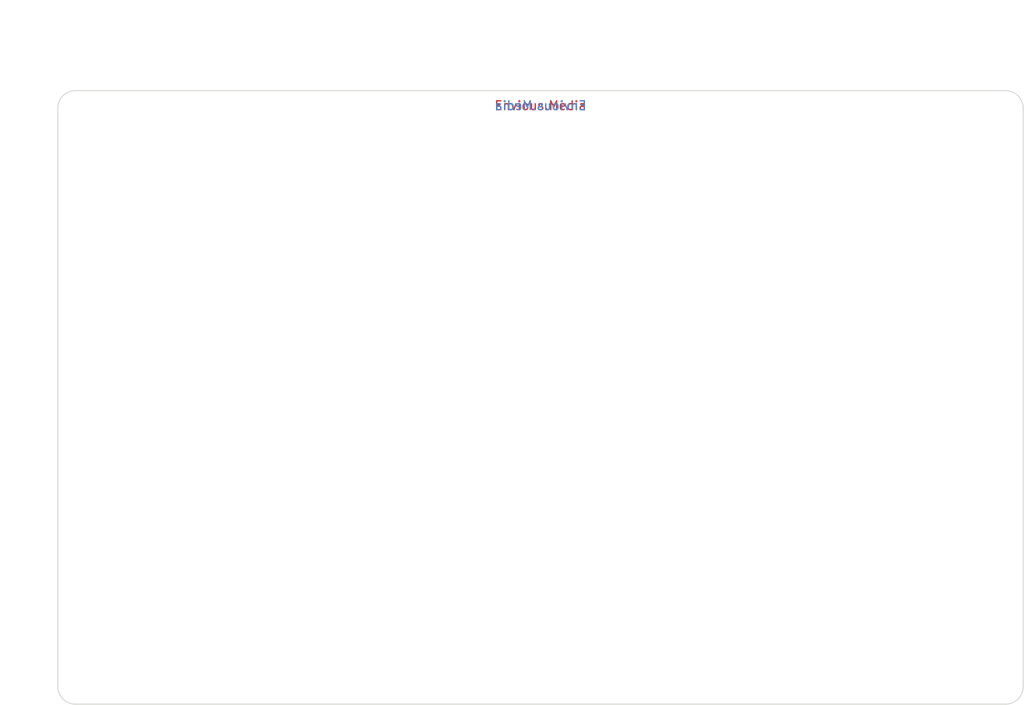
<source format=kicad_pcb>
(kicad_pcb (version 20171130) (host pcbnew "(5.1.9)-1")

  (general
    (thickness 1.6)
    (drawings 68)
    (tracks 0)
    (zones 0)
    (modules 4)
    (nets 2)
  )

  (page A4)
  (layers
    (0 F.Cu signal)
    (31 B.Cu signal)
    (32 B.Adhes user)
    (33 F.Adhes user)
    (34 B.Paste user)
    (35 F.Paste user)
    (36 B.SilkS user)
    (37 F.SilkS user)
    (38 B.Mask user)
    (39 F.Mask user)
    (40 Dwgs.User user)
    (41 Cmts.User user)
    (42 Eco1.User user)
    (43 Eco2.User user)
    (44 Edge.Cuts user)
    (45 Margin user)
    (46 B.CrtYd user)
    (47 F.CrtYd user)
    (48 B.Fab user)
    (49 F.Fab user)
  )

  (setup
    (last_trace_width 0.25)
    (trace_clearance 0.2)
    (zone_clearance 0.508)
    (zone_45_only no)
    (trace_min 0.2)
    (via_size 0.8)
    (via_drill 0.4)
    (via_min_size 0.4)
    (via_min_drill 0.3)
    (uvia_size 0.3)
    (uvia_drill 0.1)
    (uvias_allowed no)
    (uvia_min_size 0.2)
    (uvia_min_drill 0.1)
    (edge_width 0.1)
    (segment_width 0.2)
    (pcb_text_width 0.3)
    (pcb_text_size 1.5 1.5)
    (mod_edge_width 0.15)
    (mod_text_size 1 1)
    (mod_text_width 0.15)
    (pad_size 2.2 2.2)
    (pad_drill 2.2)
    (pad_to_mask_clearance 0)
    (aux_axis_origin 0 0)
    (grid_origin 63.4 38.8)
    (visible_elements 7FFFFFFF)
    (pcbplotparams
      (layerselection 0x010fc_ffffffff)
      (usegerberextensions true)
      (usegerberattributes false)
      (usegerberadvancedattributes false)
      (creategerberjobfile false)
      (excludeedgelayer true)
      (linewidth 0.100000)
      (plotframeref false)
      (viasonmask false)
      (mode 1)
      (useauxorigin false)
      (hpglpennumber 1)
      (hpglpenspeed 20)
      (hpglpendiameter 15.000000)
      (psnegative false)
      (psa4output false)
      (plotreference true)
      (plotvalue false)
      (plotinvisibletext false)
      (padsonsilk false)
      (subtractmaskfromsilk true)
      (outputformat 1)
      (mirror false)
      (drillshape 0)
      (scaleselection 1)
      (outputdirectory "_gbr/"))
  )

  (net 0 "")
  (net 1 GND)

  (net_class Default "This is the default net class."
    (clearance 0.2)
    (trace_width 0.25)
    (via_dia 0.8)
    (via_drill 0.4)
    (uvia_dia 0.3)
    (uvia_drill 0.1)
  )

  (module MountingHole:MountingHole_2.2mm_M2 (layer F.Cu) (tedit 6080AC02) (tstamp 6073059F)
    (at 170.5 106)
    (descr "Mounting Hole 2.2mm, no annular, M2")
    (tags "mounting hole 2.2mm no annular m2")
    (path /6073811D)
    (attr virtual)
    (fp_text reference H4 (at 0 -3.2) (layer Dwgs.User)
      (effects (font (size 1 1) (thickness 0.15)))
    )
    (fp_text value MountingHole (at -8.5 0) (layer F.Fab)
      (effects (font (size 1 1) (thickness 0.15)))
    )
    (fp_circle (center 0 0) (end 2.45 0) (layer F.CrtYd) (width 0.05))
    (fp_circle (center 0 0) (end 2.2 0) (layer Cmts.User) (width 0.15))
    (pad "" np_thru_hole circle (at 0 0) (size 2.2 2.2) (drill 2.2) (layers *.Cu *.Mask))
  )

  (module MountingHole:MountingHole_2.2mm_M2 (layer F.Cu) (tedit 6080AC08) (tstamp 6073289E)
    (at 65.9 41.3)
    (descr "Mounting Hole 2.2mm, no annular, M2")
    (tags "mounting hole 2.2mm no annular m2")
    (path /60737618)
    (attr virtual)
    (fp_text reference H3 (at 4 -1.5) (layer Dwgs.User)
      (effects (font (size 1 1) (thickness 0.15)))
    )
    (fp_text value MountingHole (at 7.5 0) (layer F.Fab)
      (effects (font (size 1 1) (thickness 0.15)))
    )
    (fp_circle (center 0 0) (end 2.45 0) (layer F.CrtYd) (width 0.05))
    (fp_circle (center 0 0) (end 2.2 0) (layer Cmts.User) (width 0.15))
    (pad "" np_thru_hole circle (at 0 0) (size 2.2 2.2) (drill 2.2) (layers *.Cu *.Mask))
  )

  (module MountingHole:MountingHole_2.2mm_M2 (layer F.Cu) (tedit 6080AC05) (tstamp 60901E72)
    (at 65.9 106)
    (descr "Mounting Hole 2.2mm, no annular, M2")
    (tags "mounting hole 2.2mm no annular m2")
    (path /607369EE)
    (attr virtual)
    (fp_text reference H2 (at 0 -3.2) (layer Dwgs.User)
      (effects (font (size 1 1) (thickness 0.15)))
    )
    (fp_text value MountingHole (at 7.5 -2) (layer F.Fab)
      (effects (font (size 1 1) (thickness 0.15)))
    )
    (fp_circle (center 0 0) (end 2.45 0) (layer F.CrtYd) (width 0.05))
    (fp_circle (center 0 0) (end 2.2 0) (layer Cmts.User) (width 0.15))
    (pad "" np_thru_hole circle (at 0 0) (size 2.2 2.2) (drill 2.2) (layers *.Cu *.Mask))
  )

  (module MountingHole:MountingHole_2.2mm_M2 (layer F.Cu) (tedit 6080ABFF) (tstamp 60730587)
    (at 170.5 41.3)
    (descr "Mounting Hole 2.2mm, no annular, M2")
    (tags "mounting hole 2.2mm no annular m2")
    (path /60732D20)
    (attr virtual)
    (fp_text reference H1 (at -3.5 -1.5) (layer Dwgs.User)
      (effects (font (size 1 1) (thickness 0.15)))
    )
    (fp_text value MountingHole (at 1.5 7.5 90) (layer F.Fab) hide
      (effects (font (size 1 1) (thickness 0.15)))
    )
    (fp_circle (center 0 0) (end 2.45 0) (layer F.CrtYd) (width 0.05))
    (fp_circle (center 0 0) (end 2.2 0) (layer Cmts.User) (width 0.15))
    (pad "" np_thru_hole circle (at 0 0) (size 2.2 2.2) (drill 2.2) (layers *.Cu *.Mask))
  )

  (gr_line (start 118.2 34.6) (end 118.2 108.5) (layer Dwgs.User) (width 0.12))
  (gr_line (start 63.4 73.65) (end 173 73.65) (layer Dwgs.User) (width 0.12))
  (dimension 34.85 (width 0.12) (layer Dwgs.User)
    (gr_text "34.850 mm" (at 60.93 91.075 90) (layer Dwgs.User)
      (effects (font (size 1 1) (thickness 0.15)))
    )
    (feature1 (pts (xy 65.4 73.65) (xy 61.613579 73.65)))
    (feature2 (pts (xy 65.4 108.5) (xy 61.613579 108.5)))
    (crossbar (pts (xy 62.2 108.5) (xy 62.2 73.65)))
    (arrow1a (pts (xy 62.2 73.65) (xy 62.786421 74.776504)))
    (arrow1b (pts (xy 62.2 73.65) (xy 61.613579 74.776504)))
    (arrow2a (pts (xy 62.2 108.5) (xy 62.786421 107.373496)))
    (arrow2b (pts (xy 62.2 108.5) (xy 61.613579 107.373496)))
  )
  (gr_text Envious.Media (at 118.2 40.5) (layer B.Cu) (tstamp 60AE0361)
    (effects (font (size 1 1) (thickness 0.15)) (justify mirror))
  )
  (gr_text Envious.Media (at 118.2 40.5) (layer F.Cu)
    (effects (font (size 1 1) (thickness 0.15)))
  )
  (dimension 54.8 (width 0.12) (layer Dwgs.User)
    (gr_text "54.800 mm" (at 90.8 29.23) (layer Dwgs.User)
      (effects (font (size 1 1) (thickness 0.15)))
    )
    (feature1 (pts (xy 118.2 40.8) (xy 118.2 29.913579)))
    (feature2 (pts (xy 63.4 40.8) (xy 63.4 29.913579)))
    (crossbar (pts (xy 63.4 30.5) (xy 118.2 30.5)))
    (arrow1a (pts (xy 118.2 30.5) (xy 117.073496 31.086421)))
    (arrow1b (pts (xy 118.2 30.5) (xy 117.073496 29.913579)))
    (arrow2a (pts (xy 63.4 30.5) (xy 64.526504 31.086421)))
    (arrow2b (pts (xy 63.4 30.5) (xy 64.526504 29.913579)))
  )
  (dimension 69.7 (width 0.12) (layer Dwgs.User)
    (gr_text "69.700 mm" (at 60.53 73.65 270) (layer Dwgs.User)
      (effects (font (size 1 1) (thickness 0.15)))
    )
    (feature1 (pts (xy 65.4 108.5) (xy 61.213579 108.5)))
    (feature2 (pts (xy 65.4 38.8) (xy 61.213579 38.8)))
    (crossbar (pts (xy 61.8 38.8) (xy 61.8 108.5)))
    (arrow1a (pts (xy 61.8 108.5) (xy 61.213579 107.373496)))
    (arrow1b (pts (xy 61.8 108.5) (xy 62.386421 107.373496)))
    (arrow2a (pts (xy 61.8 38.8) (xy 61.213579 39.926504)))
    (arrow2b (pts (xy 61.8 38.8) (xy 62.386421 39.926504)))
  )
  (dimension 109.6 (width 0.12) (layer Dwgs.User)
    (gr_text "109.600 mm" (at 118.2 33.33) (layer Dwgs.User)
      (effects (font (size 1 1) (thickness 0.15)))
    )
    (feature1 (pts (xy 173 40.8) (xy 173 34.013579)))
    (feature2 (pts (xy 63.4 40.8) (xy 63.4 34.013579)))
    (crossbar (pts (xy 63.4 34.6) (xy 173 34.6)))
    (arrow1a (pts (xy 173 34.6) (xy 171.873496 35.186421)))
    (arrow1b (pts (xy 173 34.6) (xy 171.873496 34.013579)))
    (arrow2a (pts (xy 63.4 34.6) (xy 64.526504 35.186421)))
    (arrow2b (pts (xy 63.4 34.6) (xy 64.526504 34.013579)))
  )
  (gr_circle (center 65.900704 41.3004) (end 66.556136 42.1894) (layer Eco1.User) (width 0.1) (tstamp 6080AC5C))
  (gr_circle (center 65.900704 105.9942) (end 66.556136 106.8832) (layer Eco1.User) (width 0.1) (tstamp 6080AC5C))
  (gr_circle (center 170.497904 105.9942) (end 171.153336 106.8832) (layer Eco1.User) (width 0.1) (tstamp 6080AC5C))
  (gr_circle (center 170.497904 41.3004) (end 171.153336 42.1894) (layer Eco1.User) (width 0.1))
  (gr_line (start 120.4348 65.2485) (end 120.4348 79.2479) (layer Eco2.User) (width 0.1))
  (gr_line (start 125.4855 55.4352) (end 125.4855 41.436) (layer Eco2.User) (width 0.1))
  (gr_line (start 106.4355 65.2485) (end 120.4348 65.2485) (layer Eco2.User) (width 0.1))
  (gr_line (start 106.4355 55.4352) (end 106.4355 41.436) (layer Eco2.User) (width 0.1))
  (gr_line (start 120.4348 55.4352) (end 106.4355 55.4352) (layer Eco2.User) (width 0.1))
  (gr_line (start 120.4348 41.436) (end 120.4348 55.4352) (layer Eco2.User) (width 0.1))
  (gr_line (start 106.4355 41.436) (end 120.4348 41.436) (layer Eco2.User) (width 0.1))
  (gr_line (start 82.335 79.2479) (end 68.33545 79.2479) (layer Eco2.User) (width 0.1))
  (gr_line (start 139.4848 55.4352) (end 125.4855 55.4352) (layer Eco2.User) (width 0.1))
  (gr_line (start 125.4855 79.2479) (end 125.4855 65.2485) (layer Eco2.User) (width 0.1))
  (gr_line (start 139.4848 41.436) (end 139.4848 55.4352) (layer Eco2.User) (width 0.1))
  (gr_line (start 125.4855 41.436) (end 139.4848 41.436) (layer Eco2.User) (width 0.1))
  (gr_line (start 120.4348 79.2479) (end 106.4355 79.2479) (layer Eco2.User) (width 0.1))
  (gr_line (start 68.33545 79.2479) (end 68.33545 65.2485) (layer Eco2.User) (width 0.1))
  (gr_line (start 82.335 65.2485) (end 82.335 79.2479) (layer Eco2.User) (width 0.1))
  (gr_line (start 68.33545 65.2485) (end 82.335 65.2485) (layer Eco2.User) (width 0.1))
  (gr_line (start 101.3848 65.2485) (end 101.3848 79.2479) (layer Eco2.User) (width 0.1))
  (gr_line (start 106.4355 79.2479) (end 106.4355 65.2485) (layer Eco2.User) (width 0.1))
  (gr_line (start 87.3855 65.2485) (end 101.3848 65.2485) (layer Eco2.User) (width 0.1))
  (gr_line (start 139.4848 79.2479) (end 125.4855 79.2479) (layer Eco2.User) (width 0.1))
  (gr_line (start 139.4848 65.2485) (end 139.4848 79.2479) (layer Eco2.User) (width 0.1))
  (gr_line (start 87.3855 79.2479) (end 87.3855 65.2485) (layer Eco2.User) (width 0.1))
  (gr_line (start 101.3848 79.2479) (end 87.3855 79.2479) (layer Eco2.User) (width 0.1))
  (gr_line (start 87.3855 89.0609) (end 101.3848 89.0609) (layer Eco2.User) (width 0.1))
  (gr_line (start 120.4348 89.0609) (end 120.4348 103.06037) (layer Eco2.User) (width 0.1))
  (gr_line (start 125.4855 103.06037) (end 125.4855 89.0609) (layer Eco2.User) (width 0.1))
  (gr_line (start 125.4855 89.0609) (end 139.4848 89.0609) (layer Eco2.User) (width 0.1))
  (gr_line (start 139.4848 103.06037) (end 125.4855 103.06037) (layer Eco2.User) (width 0.1))
  (gr_line (start 125.4855 65.2485) (end 139.4848 65.2485) (layer Eco2.User) (width 0.1))
  (gr_line (start 68.33545 89.0609) (end 82.335 89.0609) (layer Eco2.User) (width 0.1))
  (gr_line (start 68.33545 103.06037) (end 68.33545 89.0609) (layer Eco2.User) (width 0.1))
  (gr_line (start 82.335 103.06037) (end 68.33545 103.06037) (layer Eco2.User) (width 0.1))
  (gr_line (start 106.4355 89.0609) (end 120.4348 89.0609) (layer Eco2.User) (width 0.1))
  (gr_line (start 82.335 89.0609) (end 82.335 103.06037) (layer Eco2.User) (width 0.1))
  (gr_line (start 139.4848 89.0609) (end 139.4848 103.06037) (layer Eco2.User) (width 0.1))
  (gr_line (start 106.4355 103.06037) (end 106.4355 89.0609) (layer Eco2.User) (width 0.1))
  (gr_line (start 87.3855 103.06037) (end 87.3855 89.0609) (layer Eco2.User) (width 0.1))
  (gr_line (start 101.3848 103.06037) (end 87.3855 103.06037) (layer Eco2.User) (width 0.1))
  (gr_line (start 101.3848 89.0609) (end 101.3848 103.06037) (layer Eco2.User) (width 0.1))
  (gr_line (start 120.4348 103.06037) (end 106.4355 103.06037) (layer Eco2.User) (width 0.1))
  (gr_line (start 101.3848 41.436) (end 101.3848 55.4352) (layer Eco2.User) (width 0.1))
  (gr_line (start 87.3855 41.436) (end 101.3848 41.436) (layer Eco2.User) (width 0.1))
  (gr_line (start 82.335 55.4352) (end 68.33545 55.4352) (layer Eco2.User) (width 0.1))
  (gr_line (start 87.3855 55.4352) (end 87.3855 41.436) (layer Eco2.User) (width 0.1))
  (gr_line (start 68.33545 55.4352) (end 68.33545 41.436) (layer Eco2.User) (width 0.1))
  (gr_line (start 68.33545 41.436) (end 82.335 41.436) (layer Eco2.User) (width 0.1))
  (gr_line (start 101.3848 55.4352) (end 87.3855 55.4352) (layer Eco2.User) (width 0.1))
  (gr_line (start 82.335 41.436) (end 82.335 55.4352) (layer Eco2.User) (width 0.1))
  (gr_arc (start 171 40.8) (end 173 40.8) (angle -90) (layer Edge.Cuts) (width 0.1) (tstamp 6073285B))
  (gr_arc (start 171 106.5) (end 171 108.5) (angle -90) (layer Edge.Cuts) (width 0.1) (tstamp 6073285B))
  (gr_arc (start 65.4 106.5) (end 63.4 106.5) (angle -90) (layer Edge.Cuts) (width 0.1) (tstamp 6073285B))
  (gr_line (start 63.4 40.8) (end 63.4 106.5) (layer Edge.Cuts) (width 0.1) (tstamp 6073284D))
  (gr_line (start 171 38.8) (end 65.4 38.8) (layer Edge.Cuts) (width 0.1))
  (gr_arc (start 65.4 40.8) (end 65.4 38.8) (angle -90) (layer Edge.Cuts) (width 0.1))
  (gr_line (start 173 106.5) (end 173 40.8) (layer Edge.Cuts) (width 0.1))
  (gr_line (start 65.4 108.5) (end 171 108.5) (layer Edge.Cuts) (width 0.1))

  (zone (net 1) (net_name GND) (layer F.Cu) (tstamp 60AE0375) (hatch edge 0.508)
    (connect_pads (clearance 0.508))
    (min_thickness 0.254)
    (fill yes (arc_segments 32) (thermal_gap 0.508) (thermal_bridge_width 0.508))
    (polygon
      (pts
        (xy 173.1 108.6) (xy 63.3 108.6) (xy 63.3 38.7) (xy 173.1 38.7)
      )
    )
  )
  (zone (net 1) (net_name GND) (layer B.Cu) (tstamp 60AE0372) (hatch edge 0.508)
    (connect_pads (clearance 0.508))
    (min_thickness 0.254)
    (fill yes (arc_segments 32) (thermal_gap 0.508) (thermal_bridge_width 0.508))
    (polygon
      (pts
        (xy 173.1 108.6) (xy 63.3 108.6) (xy 63.3 38.7) (xy 173.1 38.7)
      )
    )
  )
)

</source>
